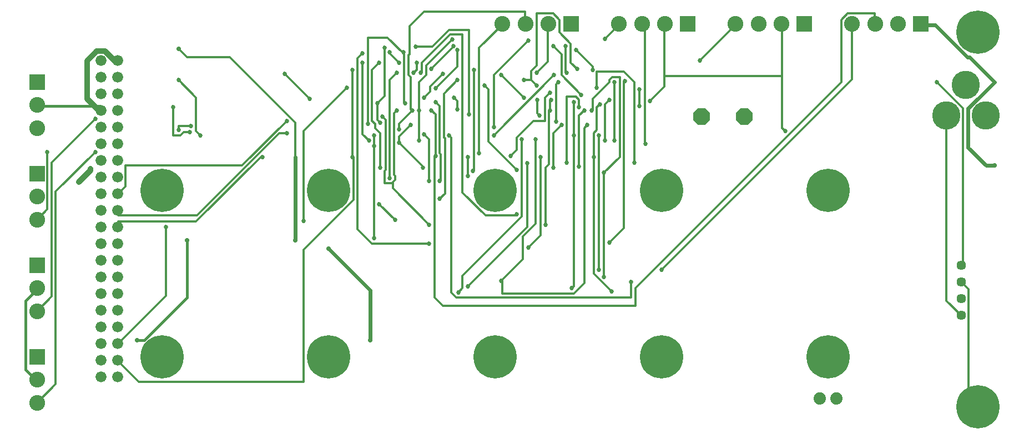
<source format=gbr>
G04 EAGLE Gerber RS-274X export*
G75*
%MOMM*%
%FSLAX34Y34*%
%LPD*%
%INBottom Copper*%
%IPPOS*%
%AMOC8*
5,1,8,0,0,1.08239X$1,22.5*%
G01*
%ADD10C,1.447800*%
%ADD11P,2.749271X8X202.500000*%
%ADD12C,4.318000*%
%ADD13R,2.413000X2.413000*%
%ADD14C,2.413000*%
%ADD15C,6.604000*%
%ADD16C,1.676400*%
%ADD17C,1.879600*%
%ADD18C,0.304800*%
%ADD19C,0.685800*%
%ADD20C,0.406400*%
%ADD21C,0.812800*%
%ADD22C,0.705600*%
%ADD23C,0.609600*%


D10*
X1257300Y-114300D03*
X1257300Y-165100D03*
X1257300Y-88900D03*
D11*
X926592Y138430D03*
X861568Y138430D03*
D12*
X1234600Y139700D03*
X1294600Y139700D03*
X1264600Y186700D03*
D10*
X1257300Y-139700D03*
D13*
X-152400Y-228600D03*
D14*
X-152400Y-263600D03*
X-152400Y-298600D03*
D13*
X-152400Y-88900D03*
D14*
X-152400Y-123900D03*
X-152400Y-158900D03*
D13*
X-152400Y50800D03*
D14*
X-152400Y15800D03*
X-152400Y-19200D03*
D13*
X-152400Y190500D03*
D14*
X-152400Y155500D03*
X-152400Y120500D03*
D15*
X292100Y25400D03*
X292100Y-228600D03*
X800100Y25400D03*
X800100Y-228600D03*
X546100Y25400D03*
X546100Y-228600D03*
X1282700Y-304800D03*
X1282700Y266700D03*
D13*
X1018280Y279170D03*
D14*
X983280Y279170D03*
X948280Y279170D03*
X913280Y279170D03*
D13*
X662680Y279170D03*
D14*
X627680Y279170D03*
X592680Y279170D03*
X557680Y279170D03*
D13*
X840480Y279170D03*
D14*
X805480Y279170D03*
X770480Y279170D03*
X735480Y279170D03*
D13*
X1196080Y279170D03*
D14*
X1161080Y279170D03*
X1126080Y279170D03*
X1091080Y279170D03*
D15*
X38100Y-228600D03*
X1054100Y25400D03*
D16*
X-29700Y-259200D03*
X-55100Y-259200D03*
X-29700Y-233800D03*
X-55100Y-233800D03*
X-29700Y-208400D03*
X-55100Y-208400D03*
X-29700Y-183000D03*
X-55100Y-183000D03*
X-29700Y-157600D03*
X-55100Y-157600D03*
X-29700Y-132200D03*
X-55100Y-132200D03*
X-29700Y-106800D03*
X-55100Y-106800D03*
X-29700Y-81400D03*
X-55100Y-81400D03*
X-29700Y-56000D03*
X-55100Y-56000D03*
X-29700Y-30600D03*
X-55100Y-30600D03*
X-29700Y-5200D03*
X-55100Y-5200D03*
X-29700Y20200D03*
X-55100Y20200D03*
X-29700Y45600D03*
X-55100Y45600D03*
X-29700Y71000D03*
X-55100Y71000D03*
X-29700Y96400D03*
X-55100Y96400D03*
X-29700Y121800D03*
X-55100Y121800D03*
X-29700Y147200D03*
X-55100Y147200D03*
X-29700Y172600D03*
X-55100Y172600D03*
X-29700Y198000D03*
X-55100Y198000D03*
X-29700Y223400D03*
X-55100Y223400D03*
D15*
X38100Y25400D03*
X1054100Y-228600D03*
D17*
X1066800Y-292100D03*
X1041400Y-292100D03*
D18*
X1257300Y-88900D02*
X1260475Y-85725D01*
X1260475Y150813D01*
X1220788Y190500D01*
X642938Y190500D02*
X639763Y187325D01*
X639763Y130175D01*
X361950Y109538D02*
X361950Y93663D01*
X484188Y166688D02*
X488950Y161925D01*
X488950Y149225D01*
X361950Y93663D02*
X361950Y-47625D01*
X714375Y157163D02*
X720725Y163513D01*
X714375Y157163D02*
X714375Y101600D01*
D19*
X1220788Y190500D03*
X642938Y190500D03*
X639763Y130175D03*
X361950Y109538D03*
X361950Y93663D03*
X484188Y166688D03*
X488950Y149225D03*
X361950Y-47625D03*
X720725Y163513D03*
X714375Y101600D03*
D18*
X984250Y120650D02*
X989013Y115888D01*
X984250Y200025D02*
X984250Y277813D01*
X984250Y200025D02*
X984250Y120650D01*
X984250Y277813D02*
X983280Y279170D01*
X804863Y184150D02*
X782638Y161925D01*
X804863Y200025D02*
X804863Y277813D01*
X804863Y200025D02*
X804863Y184150D01*
X804863Y277813D02*
X805480Y279170D01*
X627063Y222250D02*
X609600Y204788D01*
X627063Y222250D02*
X627063Y277813D01*
X627680Y279170D01*
X804863Y200025D02*
X984250Y200025D01*
X263525Y165100D02*
X225425Y203200D01*
D20*
X-152400Y-263600D02*
X-153595Y-263600D01*
X-169545Y-247650D01*
X-169545Y-142558D01*
X-152400Y-125413D01*
D18*
X-152400Y-123900D01*
D20*
X-152400Y153988D02*
X-55563Y153988D01*
D18*
X-55563Y147638D01*
X-152400Y153988D02*
X-152400Y155500D01*
X-55563Y147638D02*
X-55100Y147200D01*
X1268413Y-290513D02*
X1282700Y-304800D01*
X1268413Y-290513D02*
X1268413Y-125413D01*
X1257300Y-114300D01*
D19*
X989013Y115888D03*
X782638Y161925D03*
X609600Y204788D03*
X263525Y165100D03*
X225425Y203200D03*
D21*
X-49103Y237878D02*
X-61097Y237878D01*
X-34625Y223400D02*
X-29700Y223400D01*
X-34625Y223400D02*
X-49103Y237878D01*
X-61097Y237878D02*
X-76200Y222775D01*
X-76200Y165100D01*
X-58300Y147200D01*
X-55100Y147200D01*
D22*
X-88900Y38100D03*
D21*
X-71120Y55880D01*
X-71120Y58420D01*
D22*
X-71120Y58420D03*
D18*
X385763Y193675D02*
X396875Y204788D01*
X385763Y193675D02*
X385763Y44450D01*
X504825Y47625D02*
X504825Y76200D01*
X544513Y109538D02*
X636588Y201613D01*
X44450Y-134938D02*
X-28575Y-207963D01*
X44450Y-134938D02*
X44450Y-30163D01*
X-28575Y-207963D02*
X-29700Y-208400D01*
D19*
X396875Y204788D03*
X385763Y44450D03*
X504825Y47625D03*
X504825Y76200D03*
X636588Y201613D03*
X544513Y109538D03*
X44450Y-30163D03*
D18*
X328613Y76200D02*
X328613Y209550D01*
X654050Y206375D02*
X655638Y204788D01*
X654050Y206375D02*
X654050Y246063D01*
X596900Y254000D02*
X544513Y201613D01*
X544513Y122238D01*
X3175Y-266700D02*
X-28575Y-234950D01*
X3175Y-266700D02*
X254000Y-266700D01*
X254000Y-65088D01*
X330200Y11113D01*
X330200Y74613D01*
X328613Y76200D01*
X-28575Y-234950D02*
X-29700Y-233800D01*
D19*
X328613Y209550D03*
X328613Y76200D03*
X655638Y204788D03*
X654050Y246063D03*
X596900Y254000D03*
X544513Y122238D03*
D22*
X0Y-203200D03*
D20*
X11055Y-203200D02*
X76200Y-138055D01*
X11055Y-203200D02*
X0Y-203200D01*
X76200Y-138055D02*
X76200Y-50800D01*
D22*
X76200Y-50800D03*
D18*
X1235075Y-142875D02*
X1257300Y-165100D01*
X1235075Y-142875D02*
X1235075Y139700D01*
X1234600Y139700D01*
X631825Y163513D02*
X630238Y161925D01*
X630238Y147638D01*
X396875Y147638D02*
X392113Y142875D01*
X392113Y49213D01*
X393700Y47625D01*
X393700Y41275D01*
X389731Y37306D02*
X388938Y36513D01*
X389731Y37306D02*
X393700Y41275D01*
X388938Y36513D02*
X377825Y36513D01*
X377825Y55563D01*
X379413Y57150D01*
X379413Y133350D01*
X374650Y138113D01*
X628650Y146050D02*
X630238Y147638D01*
X628650Y146050D02*
X628650Y65088D01*
X623888Y60325D01*
X623888Y-26988D01*
X446088Y-26988D02*
X390525Y28575D01*
X390525Y36513D01*
X389731Y37306D01*
D19*
X631825Y163513D03*
X630238Y147638D03*
X396875Y147638D03*
X374650Y138113D03*
X623888Y-26988D03*
X446088Y-26988D03*
D18*
X504825Y-120650D02*
X595313Y-30163D01*
X595313Y66675D01*
X635000Y112713D02*
X647700Y125413D01*
X635000Y112713D02*
X635000Y60325D01*
D19*
X504825Y-120650D03*
X595313Y66675D03*
X647700Y125413D03*
X635000Y60325D03*
D18*
X496888Y-123825D02*
X490538Y-130175D01*
X496888Y-123825D02*
X496888Y-104775D01*
X587375Y-14288D01*
X587375Y103188D01*
X674688Y152400D02*
X674688Y163513D01*
X669925Y168275D01*
X655638Y168275D01*
X655638Y68263D01*
D19*
X490538Y-130175D03*
X587375Y103188D03*
X674688Y152400D03*
X655638Y68263D03*
D18*
X615950Y-42863D02*
X596900Y-61913D01*
X615950Y-42863D02*
X615950Y76200D01*
X674688Y139700D02*
X682625Y147638D01*
X674688Y139700D02*
X674688Y61913D01*
D19*
X596900Y-61913D03*
X615950Y76200D03*
X682625Y147638D03*
X674688Y61913D03*
D18*
X588963Y-79375D02*
X555625Y-112713D01*
X588963Y-79375D02*
X588963Y-44450D01*
X608013Y-25400D01*
X608013Y103188D01*
X682625Y120650D02*
X687388Y125413D01*
X682625Y120650D02*
X682625Y-115888D01*
X666750Y-131763D01*
X557213Y-131763D01*
X557213Y-112713D01*
X555625Y-112713D01*
D19*
X555625Y-112713D03*
X608013Y103188D03*
X687388Y125413D03*
D18*
X712788Y52388D02*
X712788Y-106363D01*
X693738Y147638D02*
X695325Y149225D01*
X695325Y165100D01*
X720725Y190500D01*
X720725Y193675D01*
X725488Y198438D01*
X736600Y198438D01*
X736600Y76200D01*
X712788Y52388D01*
D19*
X712788Y-106363D03*
X712788Y52388D03*
X693738Y147638D03*
D18*
X666750Y-120650D02*
X663575Y-123825D01*
X666750Y-120650D02*
X666750Y109538D01*
X666750Y160338D01*
D19*
X663575Y-123825D03*
X666750Y109538D03*
X666750Y160338D03*
D18*
X696913Y-101600D02*
X723900Y-128588D01*
X696913Y-101600D02*
X696913Y76200D01*
X701675Y152400D02*
X706438Y157163D01*
X701675Y152400D02*
X701675Y117475D01*
X696913Y112713D01*
X696913Y76200D01*
D19*
X723900Y-128588D03*
X696913Y76200D03*
X706438Y157163D03*
D18*
X704850Y109538D02*
X704850Y-95250D01*
D19*
X704850Y-95250D03*
X704850Y109538D03*
D18*
X536575Y179388D02*
X530225Y185738D01*
X536575Y179388D02*
X536575Y100013D01*
X579438Y57150D01*
X728663Y101600D02*
X728663Y190500D01*
D19*
X530225Y185738D03*
X579438Y57150D03*
X728663Y190500D03*
X728663Y101600D03*
D18*
X482600Y244475D02*
X449263Y211138D01*
X482600Y244475D02*
X482600Y246063D01*
X635000Y246063D02*
X647700Y233363D01*
X647700Y201613D01*
X677863Y171450D01*
X766763Y179388D02*
X766763Y153988D01*
D19*
X449263Y211138D03*
X482600Y246063D03*
X635000Y246063D03*
X677863Y171450D03*
X766763Y153988D03*
X766763Y179388D03*
D18*
X400050Y220663D02*
X385763Y234950D01*
X385763Y236538D01*
X344488Y234950D02*
X336550Y227013D01*
X336550Y-33338D01*
X358775Y-55563D01*
X446088Y-55563D01*
X720725Y-53975D02*
X742950Y-31750D01*
X742950Y190500D01*
X744538Y192088D01*
D19*
X400050Y220663D03*
X385763Y236538D03*
X344488Y234950D03*
X446088Y-55563D03*
X720725Y-53975D03*
X744538Y192088D03*
D18*
X488950Y214313D02*
X455613Y180975D01*
X488950Y214313D02*
X488950Y239713D01*
X669925Y239713D02*
X695325Y214313D01*
X695325Y209550D01*
D19*
X455613Y180975D03*
X488950Y239713D03*
X669925Y239713D03*
X695325Y209550D03*
D18*
X434975Y206375D02*
X433388Y204788D01*
X434975Y206375D02*
X434975Y220663D01*
X477838Y263525D01*
X496888Y263525D01*
X496888Y22225D01*
X531813Y-12700D01*
X579438Y-12700D01*
X579438Y-11113D01*
X758825Y68263D02*
X758825Y190500D01*
X742950Y206375D01*
X701675Y206375D01*
X701675Y182563D01*
D19*
X433388Y204788D03*
X579438Y-11113D03*
X758825Y68263D03*
X701675Y182563D03*
D18*
X427038Y209550D02*
X422275Y204788D01*
X427038Y209550D02*
X427038Y220663D01*
D19*
X422275Y204788D03*
X427038Y220663D03*
D18*
X455613Y160338D02*
X461963Y153988D01*
X461963Y82550D01*
X463550Y80963D01*
X463550Y41275D01*
X461963Y39688D01*
X569913Y77788D02*
X579438Y87313D01*
X579438Y106363D01*
X604838Y131763D01*
X622300Y131763D01*
X622300Y166688D01*
X630238Y174625D01*
D19*
X455613Y160338D03*
X461963Y39688D03*
X569913Y77788D03*
X630238Y174625D03*
D18*
X369888Y220663D02*
X358775Y209550D01*
X358775Y131763D01*
X363538Y127000D01*
X363538Y120650D01*
X371475Y112713D01*
X371475Y60325D01*
X512763Y55563D02*
X514350Y57150D01*
X514350Y209550D01*
D19*
X369888Y220663D03*
X371475Y60325D03*
X512763Y55563D03*
X514350Y209550D03*
D18*
X1195388Y277813D02*
X1196080Y279170D01*
D22*
X1308100Y63500D03*
D23*
X1295400Y63500D01*
X1267930Y150747D02*
X1283553Y166370D01*
X1283970Y166370D01*
X1308100Y190500D01*
X1270000Y228600D01*
X1266918Y228600D01*
X1217706Y277813D02*
X1195388Y277813D01*
X1217706Y277813D02*
X1266918Y228600D01*
X1267930Y90970D02*
X1295400Y63500D01*
X1267930Y90970D02*
X1267930Y150747D01*
D22*
X355600Y-203200D03*
D23*
X355600Y-127000D01*
X292100Y-63500D01*
D22*
X292100Y-63500D03*
X241300Y-50800D03*
D23*
X241300Y76200D01*
D18*
X141641Y228600D02*
X76200Y228600D01*
X241300Y128941D02*
X241300Y76200D01*
X241300Y128941D02*
X141641Y228600D01*
X76200Y228600D02*
X63500Y241300D01*
D22*
X63500Y241300D03*
D18*
X366713Y133350D02*
X371475Y128588D01*
X366713Y133350D02*
X366713Y158750D01*
X611188Y142875D02*
X614363Y139700D01*
X611188Y142875D02*
X611188Y163513D01*
X377825Y169863D02*
X366713Y158750D01*
X377825Y169863D02*
X377825Y242888D01*
X425450Y244475D02*
X450850Y244475D01*
X476250Y269875D01*
X506413Y269875D01*
X506413Y141288D01*
D19*
X371475Y128588D03*
X366713Y158750D03*
X614363Y139700D03*
X611188Y163513D03*
X377825Y242888D03*
X425450Y244475D03*
X506413Y141288D03*
D18*
X447675Y176213D02*
X438150Y166688D01*
X447675Y176213D02*
X447675Y184150D01*
X466725Y203200D01*
X555625Y201613D02*
X590550Y166688D01*
D19*
X438150Y166688D03*
X466725Y203200D03*
X555625Y201613D03*
X590550Y166688D03*
D18*
X661988Y220663D02*
X671513Y211138D01*
X661988Y220663D02*
X661988Y249238D01*
X644525Y266700D01*
X644525Y285750D01*
X635000Y295275D01*
X609600Y295275D01*
X609600Y215900D01*
X601663Y207963D01*
X601663Y193675D01*
X609600Y185738D01*
X320675Y182563D02*
X254000Y115888D01*
X254000Y-20638D01*
X461963Y12700D02*
X469900Y20638D01*
X469900Y104775D01*
X468313Y106363D01*
X468313Y173038D01*
X488950Y193675D01*
X590550Y193675D02*
X601663Y193675D01*
D19*
X671513Y211138D03*
X609600Y185738D03*
X320675Y182563D03*
X254000Y-20638D03*
X461963Y12700D03*
X488950Y193675D03*
X590550Y193675D03*
D18*
X192088Y76200D02*
X188913Y76200D01*
X90488Y-22225D01*
X-28575Y-22225D01*
X-28575Y-30163D01*
X-29700Y-30600D01*
D19*
X192088Y76200D03*
D18*
X217488Y112713D02*
X228600Y112713D01*
X217488Y112713D02*
X92075Y-12700D01*
X-28575Y-12700D01*
X-28575Y-6350D01*
X-29700Y-5200D01*
D19*
X228600Y112713D03*
D18*
X228600Y131763D02*
X160338Y63500D01*
X-17463Y63500D01*
X-17463Y31750D01*
X-28575Y20638D01*
X-29700Y20200D01*
D19*
X228600Y131763D03*
D18*
X344488Y111125D02*
X354013Y101600D01*
X344488Y111125D02*
X344488Y220663D01*
X858838Y223838D02*
X912813Y277813D01*
X913280Y279170D01*
D19*
X354013Y101600D03*
X344488Y220663D03*
X858838Y223838D03*
D18*
X409575Y158750D02*
X407988Y160338D01*
X407988Y233363D01*
X405606Y235744D02*
X382588Y258763D01*
X405606Y235744D02*
X407988Y233363D01*
X382588Y258763D02*
X352425Y258763D01*
X352425Y127000D01*
X405606Y235744D02*
X406400Y236538D01*
D19*
X409575Y158750D03*
X352425Y127000D03*
X406400Y236538D03*
D18*
X417513Y125413D02*
X400050Y107950D01*
X400050Y98425D01*
X436563Y61913D01*
X436563Y60325D01*
X522288Y82550D02*
X522288Y242888D01*
X557213Y277813D01*
X557680Y279170D01*
D19*
X417513Y125413D03*
X400050Y98425D03*
X436563Y60325D03*
X522288Y82550D03*
D18*
X420688Y147638D02*
X400050Y127000D01*
X400050Y119063D01*
X419100Y147638D02*
X417513Y149225D01*
X417513Y198438D01*
X414338Y201613D01*
X414338Y231775D01*
X415925Y233363D01*
X415925Y276225D01*
X438150Y298450D01*
X592138Y298450D01*
X592138Y279400D01*
X420688Y147638D02*
X419100Y147638D01*
X592138Y279400D02*
X592680Y279170D01*
D19*
X420688Y147638D03*
X400050Y119063D03*
D18*
X430213Y101600D02*
X430213Y147638D01*
X430213Y190500D01*
X441325Y201613D01*
X441325Y215900D01*
X481013Y255588D01*
X714058Y256858D02*
X735013Y277813D01*
X735480Y279170D01*
D19*
X430213Y147638D03*
X430213Y101600D03*
X481013Y255588D03*
X714058Y256858D03*
D18*
X446088Y103188D02*
X438150Y111125D01*
X446088Y103188D02*
X446088Y39688D01*
X774700Y98425D02*
X776288Y96838D01*
X774700Y98425D02*
X774700Y274638D01*
X771525Y277813D01*
X770480Y279170D01*
D19*
X438150Y111125D03*
X446088Y39688D03*
X776288Y96838D03*
D18*
X479425Y106363D02*
X476250Y109538D01*
X479425Y106363D02*
X479425Y-130175D01*
X487363Y-138113D01*
X754063Y-138113D01*
X754063Y-114300D01*
X800100Y-95250D02*
X1090613Y195263D01*
X1090613Y277813D01*
X1091080Y279170D01*
D19*
X476250Y109538D03*
X754063Y-114300D03*
X800100Y-95250D03*
D18*
X455613Y141288D02*
X449263Y147638D01*
X455613Y141288D02*
X455613Y77788D01*
X454025Y76200D01*
X454025Y-138113D01*
X466725Y-150813D01*
X760413Y-150813D01*
X760413Y-123825D01*
X1074738Y190500D01*
X1074738Y285750D01*
X1084263Y295275D01*
X1125538Y295275D01*
X1125538Y279400D01*
X1126080Y279170D01*
D19*
X449263Y147638D03*
X455613Y77788D03*
D18*
X-63500Y84138D02*
X-123825Y23813D01*
X-123825Y-269875D01*
X-152400Y-298450D01*
X-152400Y-298600D01*
D19*
X-63500Y84138D03*
D18*
X-63500Y134938D02*
X-130175Y68263D01*
X-130175Y-136525D01*
X-152400Y-158750D01*
X-152400Y-158900D01*
D19*
X-63500Y134938D03*
D18*
X-136525Y84138D02*
X-136525Y-3175D01*
X-152400Y-19050D01*
X-152400Y-19200D01*
D19*
X-136525Y84138D03*
D18*
X71438Y114300D02*
X80963Y114300D01*
X71438Y114300D02*
X66675Y109538D01*
X55563Y109538D01*
X55563Y152400D01*
D19*
X80963Y114300D03*
X55563Y152400D03*
D18*
X63500Y123825D02*
X82550Y123825D01*
X63500Y123825D02*
X63500Y117475D01*
D19*
X82550Y123825D03*
X63500Y117475D03*
D18*
X90488Y115888D02*
X96838Y109538D01*
X90488Y115888D02*
X90488Y166688D01*
X63500Y193675D01*
D19*
X96838Y109538D03*
X63500Y193675D03*
D18*
X369888Y4763D02*
X393700Y-19050D01*
D19*
X393700Y-19050D03*
X369888Y4763D03*
M02*

</source>
